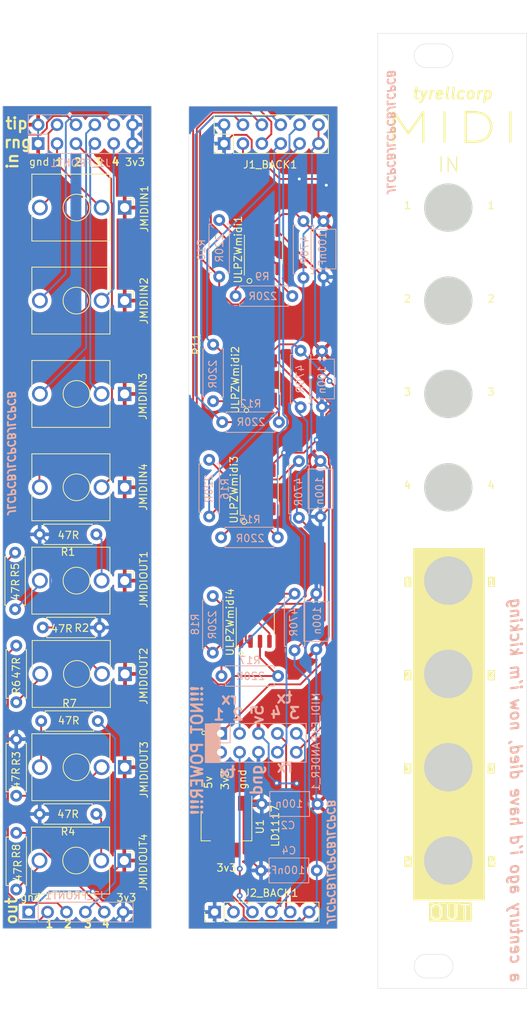
<source format=kicad_pcb>
(kicad_pcb (version 20221018) (generator pcbnew)
  (layers (0 "F.Cu" signal) (31 "B.Cu" signal) (34 "B.Paste" user) (35 "F.Paste" user) (36 "B.SilkS" user "B.Silkscreen") (37 "F.SilkS" user "F.Silkscreen") (38 "B.Mask" user) (39 "F.Mask" user) (44 "Edge.Cuts" user))
  (net 0 "")
  (net 1 "+5V")
  (net 2 "GND")
  (net 3 "MIDI_1_RX")
  (net 4 "MIDI_1_TX")
  (net 5 "MIDI_2_RX")
  (net 6 "MIDI_2_TX")
  (net 7 "MIDI_3_RX")
  (net 8 "MIDI_3_TX")
  (net 9 "MIDI_4_RX")
  (net 10 "MIDI_4_TX")
  (net 11 "+3V3")
  (net 12 "Net-(ULPZWmidi1-A1)")
  (net 13 "Net-(ULPZWmidi1-A2)")
  (net 14 "Net-(ULPZWmidi2-A1)")
  (net 15 "Net-(ULPZWmidi2-A2)")
  (net 16 "Net-(ULPZWmidi3-A1)")
  (net 17 "Net-(ULPZWmidi3-A2)")
  (net 18 "Net-(ULPZWmidi4-A1)")
  (net 19 "Net-(ULPZWmidi4-A2)")
  (net 20 "Net-(JMIDIOUT1-PadR)")
  (net 21 "Net-(JMIDIOUT1-PadT)")
  (net 22 "Net-(JMIDIOUT2-PadR)")
  (net 23 "Net-(JMIDIOUT2-PadT)")
  (net 24 "Net-(JMIDIOUT3-PadR)")
  (net 25 "Net-(JMIDIOUT3-PadT)")
  (net 26 "Net-(JMIDIOUT4-PadR)")
  (net 27 "Net-(JMIDIOUT4-PadT)")
  (net 28 "MIDI_IN_R_1_BACK")
  (net 29 "MIDI_IN_T_1_BACK")
  (net 30 "MIDI_IN_R_2_BACK")
  (net 31 "MIDI_IN_T_2_BACK")
  (net 32 "MIDI_IN_R_3_BACK")
  (net 33 "MIDI_IN_T_3_BACK")
  (net 34 "MIDI_IN_R_4_BACK")
  (net 35 "MIDI_IN_T_4_BACK")
  (net 36 "MIDI_IN_R_1_FRONT")
  (net 37 "MIDI_IN_T_1_FRONT")
  (net 38 "MIDI_IN_R_2_FRONT")
  (net 39 "MIDI_IN_T_2_FRONT")
  (net 40 "MIDI_IN_R_3_FRONT")
  (net 41 "MIDI_IN_T_3_FRONT")
  (net 42 "MIDI_IN_R_4_FRONT")
  (net 43 "MIDI_IN_T_4_FRONT")
  (net 44 "MIDI_1_TX_FRONT")
  (net 45 "MIDI_2_TX_FRONT")
  (net 46 "MIDI_3_TX_FRONT")
  (net 47 "MIDI_4_TX_FRONT")
  (footprint "Connector_PinHeader_2.54mm:PinHeader_2x06_P2.54mm_Vertical" (layer "F.Cu") (at 204.921 55.1304 90)
    (fp_text reference "J1_BACK1")
    (fp_text value "Conn_02x06_Odd_Even")
  )
  (footprint "doctea:Jack_3.5mm_QingPu_WQP-PJ398SM_TRS_Vertical_CircularHoles" (layer "F.Cu") (at 191.5554 76.256577 -90)
    (fp_text reference "JMIDIIN2")
    (fp_text value "MIDI In Jack 3.5mm stereo jack")
  )
  (footprint "doctea:Jack_3.5mm_QingPu_WQP-PJ398SM_TRS_Vertical_CircularHoles" (layer "F.Cu") (at 191.5554 63.7416 -90)
    (fp_text reference "JMIDIIN1")
    (fp_text value "MIDI In Jack 3.5mm stereo jack")
  )
  (footprint "doctea:Jack_3.5mm_QingPu_WQP-PJ398SM_TRS_Vertical_CircularHoles" (layer "F.Cu") (at 191.6062 126.49103 -90)
    (fp_text reference "JMIDIOUT2")
    (fp_text value "MIDI In Jack 3.5mm stereo jack" hide)
  )
  (footprint "Package_SO:SO-8_3.9x4.9mm_P1.27mm" (layer "F.Cu") (at 209.8294 86.933 90)
    (fp_text reference "ULPZWmidi2")
    (fp_text value "HCPL-0631")
  )
  (footprint "doctea:Jack_3.5mm_QingPu_WQP-PJ398SM_TRS_Vertical_CircularHoles" (layer "F.Cu") (at 191.5046 151.5996 -90)
    (fp_text reference "JMIDIOUT4")
    (fp_text value "MIDI In Jack 3.5mm stereo jack" hide)
  )
  (footprint "Connector_PinHeader_2.54mm:PinHeader_1x06_P2.54mm_Vertical" (layer "F.Cu") (at 203.651 158.5338 90)
    (fp_text reference "J2_BACK1")
    (fp_text value "Conn_01x06_Pin")
  )
  (footprint "Resistor_THT:R_Axial_DIN0207_L6.3mm_D2.5mm_P7.62mm_Horizontal" (layer "F.Cu") (at 187.7442 107.7084 180)
    (fp_text reference "R1")
    (fp_text value "47R")
  )
  (footprint "Resistor_THT:R_Axial_DIN0207_L6.3mm_D2.5mm_P7.62mm_Horizontal" (layer "F.Cu") (at 176.9746 142.8874 90)
    (fp_text reference "R3")
    (fp_text value "47R")
  )
  (footprint "Package_SO:SO-8_3.9x4.9mm_P1.27mm" (layer "F.Cu") (at 209.1182 119.531942 90)
    (fp_text reference "ULPZWmidi4")
    (fp_text value "HCPL-0631")
  )
  (footprint "Resistor_THT:R_Axial_DIN0207_L6.3mm_D2.5mm_P7.62mm_Horizontal" (layer "F.Cu") (at 176.9746 155.49917 90)
    (fp_text reference "R8")
    (fp_text value "47R")
  )
  (footprint "Resistor_THT:R_Axial_DIN0207_L6.3mm_D2.5mm_P7.62mm_Horizontal" (layer "F.Cu") (at 187.7442 145.33917 180)
    (fp_text reference "R4")
    (fp_text value "47R")
  )
  (footprint "doctea:Jack_3.5mm_QingPu_WQP-PJ398SM_TRS_Vertical_CircularHoles" (layer "F.Cu") (at 191.5554 101.378251 -90)
    (fp_text reference "JMIDIIN4")
    (fp_text value "MIDI In Jack 3.5mm stereo jack" hide)
  )
  (footprint "Resistor_THT:R_Axial_DIN0207_L6.3mm_D2.5mm_P7.62mm_Horizontal" (layer "F.Cu") (at 180.5432 120.2436)
    (fp_text reference "R2")
    (fp_text value "47R")
  )
  (footprint "doctea:Jack_3.5mm_QingPu_WQP-PJ398SM_TRS_Vertical_CircularHoles" (layer "F.Cu") (at 191.5554 139.045315 -90)
    (fp_text reference "JMIDIOUT3")
    (fp_text value "MIDI In Jack 3.5mm stereo jack" hide)
  )
  (footprint "Package_SO:SO-8_3.9x4.9mm_P1.27mm" (layer "F.Cu") (at 210.2104 69.390258 90)
    (fp_text reference "ULPZWmidi1")
    (fp_text value "HCPL-0631")
  )
  (footprint "Resistor_THT:R_Axial_DIN0207_L6.3mm_D2.5mm_P7.62mm_Horizontal" (layer "F.Cu") (at 180.3274 132.829)
    (fp_text reference "R7")
    (fp_text value "47R")
  )
  (footprint "doctea:Jack_3.5mm_QingPu_WQP-PJ398SM_TRS_Vertical_CircularHoles" (layer "F.Cu") (at 191.5554 88.817414 -90)
    (fp_text reference "JMIDIIN3")
    (fp_text value "MIDI In Jack 3.5mm stereo jack")
  )
  (footprint "Package_SO:SO-8_3.9x4.9mm_P1.27mm" (layer "F.Cu") (at 209.6516 101.699884 90)
    (fp_text reference "ULPZWmidi3")
    (fp_text value "HCPL-0631")
  )
  (footprint "Package_TO_SOT_SMD:SOT-223-3_TabPin2" (layer "F.Cu") (at 205.2434 147.041 -90)
    (fp_text reference "U1")
    (fp_text value "LD1117")
  )
  (footprint "Resistor_THT:R_Axial_DIN0207_L6.3mm_D2.5mm_P7.62mm_Horizontal" (layer "F.Cu") (at 176.8222 117.7922 90)
    (fp_text reference "R5")
    (fp_text value "47R")
  )
  (footprint "doctea:Jack_3.5mm_QingPu_WQP-PJ398SM_TRS_Vertical_CircularHoles" (layer "F.Cu") (at 191.5554 113.936745 -90)
    (fp_text reference "JMIDIOUT1")
    (fp_text value "MIDI In Jack 3.5mm stereo jack" hide)
  )
  (footprint "Resistor_THT:R_Axial_DIN0207_L6.3mm_D2.5mm_P7.62mm_Horizontal" (layer "F.Cu") (at 176.9746 130.30103 90)
    (fp_text reference "R6")
    (fp_text value "47R")
  )
  (footprint "Resistor_THT:R_Axial_DIN0207_L6.3mm_D2.5mm_P7.62mm_Horizontal" (layer "B.Cu") (at 206.4766 75.652858)
    (fp_text reference "R9")
    (fp_text value "220R")
  )
  (footprint "Connector_PinSocket_2.54mm:PinSocket_2x06_P2.54mm_Vertical" (layer "B.Cu") (at 179.921 55.1304 -90)
    (fp_text reference "J1_FRONT1")
    (fp_text value "Conn_02x06_Odd_Even")
  )
  (footprint "Capacitor_THT:C_Axial_L5.1mm_D3.1mm_P7.50mm_Horizontal" (layer "B.Cu") (at 217.491 143.9926 180)
    (fp_text reference "C2")
    (fp_text value "100n")
  )
  (footprint "Resistor_THT:R_Axial_DIN0207_L6.3mm_D2.5mm_P7.62mm_Horizontal" (layer "B.Cu") (at 203.4032 116.015542 -90)
    (fp_text reference "R18")
    (fp_text value "220R")
  )
  (footprint "Resistor_THT:R_Axial_DIN0207_L6.3mm_D2.5mm_P7.62mm_Horizontal" (layer "B.Cu") (at 214.4014 123.317 90)
    (fp_text reference "R20" hide)
    (fp_text value "470R")
  )
  (footprint "Capacitor_THT:C_Axial_L5.1mm_D3.1mm_P7.50mm_Horizontal" (layer "B.Cu") (at 217.8812 97.8408 -90)
    (fp_text reference "C6" hide)
    (fp_text value "100n")
  )
  (footprint "Resistor_THT:R_Axial_DIN0207_L6.3mm_D2.5mm_P7.62mm_Horizontal" (layer "B.Cu") (at 215.5952 73.189058 90)
    (fp_text reference "R13" hide)
    (fp_text value "470R")
  )
  (footprint "Capacitor_THT:C_Axial_L5.1mm_D3.1mm_P7.50mm_Horizontal" (layer "B.Cu") (at 218.0844 83.053228 -90)
    (fp_text reference "C5" hide)
    (fp_text value "100n")
  )
  (footprint "Connector_PinSocket_2.54mm:PinSocket_1x06_P2.54mm_Vertical" (layer "B.Cu") (at 178.651 158.5338 -90)
    (fp_text reference "J2_FRONT1")
    (fp_text value "Conn_01x06_Socket")
  )
  (footprint "Resistor_THT:R_Axial_DIN0207_L6.3mm_D2.5mm_P7.62mm_Horizontal" (layer "B.Cu") (at 204.5716 126.7714)
    (fp_text reference "R17")
    (fp_text value "220R")
  )
  (footprint "Resistor_THT:R_Axial_DIN0207_L6.3mm_D2.5mm_P7.62mm_Horizontal" (layer "B.Cu") (at 212.2932 92.615286 180)
    (fp_text reference "R12")
    (fp_text value "220R")
  )
  (footprint "Resistor_THT:R_Axial_DIN0207_L6.3mm_D2.5mm_P7.62mm_Horizontal" (layer "B.Cu") (at 204.2668 65.416658 -90)
    (fp_text reference "R10")
    (fp_text value "220R")
  )
  (footprint "Resistor_THT:R_Axial_DIN0207_L6.3mm_D2.5mm_P7.62mm_Horizontal" (layer "B.Cu") (at 214.9856 105.481056 90)
    (fp_text reference "R19" hide)
    (fp_text value "470R")
  )
  (footprint "Capacitor_THT:C_Axial_L5.1mm_D3.1mm_P7.50mm_Horizontal" (layer "B.Cu") (at 217.3894 152.9334 180)
    (fp_text reference "C4")
    (fp_text value "100nF")
  )
  (footprint "Connector_PinHeader_2.54mm:PinHeader_2x05_P2.54mm_Vertical" (layer "B.Cu") (at 204.47 134.493 -90)
    (fp_text reference "MIDI_EXPANDER_1")
    (fp_text value "Conn_02x05_Counter_Clockwise")
  )
  (footprint "Resistor_THT:R_Axial_DIN0207_L6.3mm_D2.5mm_P7.62mm_Horizontal" (layer "B.Cu") (at 204.5208 108.122656)
    (fp_text reference "R15")
    (fp_text value "220R")
  )
  (footprint "Capacitor_THT:C_Axial_L5.1mm_D3.1mm_P7.50mm_Horizontal" (layer "B.Cu") (at 218.2876 65.578258 -90)
    (fp_text reference "C1" hide)
    (fp_text value "100nF")
  )
  (footprint "Resistor_THT:R_Axial_DIN0207_L6.3mm_D2.5mm_P7.62mm_Horizontal" (layer "B.Cu") (at 203.454 89.795886 90)
    (fp_text reference "R11")
    (fp_text value "220R")
  )
  (footprint "Resistor_THT:R_Axial_DIN0207_L6.3mm_D2.5mm_P7.62mm_Horizontal" (layer "B.Cu") (at 202.9206 97.683256 -90)
    (fp_text reference "R16")
    (fp_text value "220R")
  )
  (footprint "Capacitor_THT:C_Axial_L5.1mm_D3.1mm_P7.50mm_Horizontal" (layer "B.Cu") (at 217.3224 123.1808 90)
    (fp_text reference "C3" hide)
    (fp_text value "100n")
  )
  (footprint "Resistor_THT:R_Axial_DIN0207_L6.3mm_D2.5mm_P7.62mm_Horizontal" (layer "B.Cu") (at 215.2142 90.608686 90)
    (fp_text reference "R14" hide)
    (fp_text value "470R")
  )
  (gr_rect (start 202.438 133.2484) (end 204.3684 138.3792) (stroke (width 0.2)) (fill solid) (layer "B.SilkS"))
  (gr_circle (center 208.3308 73.6092) (end 208.534 73.8632) (stroke (width 0.12)) (fill none) (layer "F.SilkS"))
  (gr_rect locked (start 230.4034 109.601) (end 239.9284 156.8958) (stroke (width 0.12)) (fill solid) (layer "F.SilkS"))
  (gr_circle (center 207.2132 123.7488) (end 207.3656 123.952) (stroke (width 0.12)) (fill none) (layer "F.SilkS"))
  (gr_circle (center 207.6196 106.0196) (end 207.8736 106.2736) (stroke (width 0.12)) (fill none) (layer "F.SilkS"))
  (gr_circle (center 207.9244 91.0336) (end 208.0768 91.2876) (stroke (width 0.12)) (fill none) (layer "F.SilkS"))
  (gr_circle (center 202.184 134.4168) (end 202.3364 134.62) (stroke (width 0.12)) (fill none) (layer "F.SilkS"))
  (gr_line (start 195.1534 50.0758) (end 175.1534 50.0758) (stroke (width 0.05)) (layer "Edge.Cuts"))
  (gr_line (start 234.0912 164.2098) (end 232.0912 164.2098) (stroke (width 0.05)) (layer "Edge.Cuts"))
  (gr_line (start 245.5912 168.8098) (end 245.5912 40.3098) (stroke (width 0.05)) (layer "Edge.Cuts"))
  (gr_circle (center 235.0756 63.742) (end 238.308492 63.742) (stroke (width 0.05)) (fill solid) (layer "Edge.Cuts"))
  (gr_line (start 200.1538 160.7693) (end 220.1538 160.7693) (stroke (width 0.05)) (layer "Edge.Cuts"))
  (gr_circle (center 235.0756 88.8176) (end 238.308492 88.8176) (stroke (width 0.05)) (fill solid) (layer "Edge.Cuts"))
  (gr_line (start 245.5912 40.3098) (end 225.5912 40.3098) (stroke (width 0.05)) (layer "Edge.Cuts"))
  (gr_line (start 195.1534 160.7436) (end 195.1534 50.0758) (stroke (width 0.05)) (layer "Edge.Cuts"))
  (gr_line (start 175.1534 50.0758) (end 175.1534 160.7436) (stroke (width 0.05)) (layer "Edge.Cuts"))
  (gr_line (start 234.0912 41.7098) (end 232.0912 41.7098) (stroke (width 0.05)) (layer "Edge.Cuts"))
  (gr_line (start 220.1538 160.7693) (end 220.1806 50.1015) (stroke (width 0.05)) (layer "Edge.Cuts"))
  (gr_circle (center 235.0756 126.4906) (end 238.308492 126.4906) (stroke (width 0.05)) (fill solid) (layer "Edge.Cuts"))
  (gr_arc (start 232.0912 167.4098) (mid 230.4912 165.8098) (end 232.0912 164.2098) (stroke (width 0.05)) (layer "Edge.Cuts"))
  (gr_arc (start 234.0912 164.2098) (mid 235.6912 165.8098) (end 234.0912 167.4098) (stroke (width 0.05)) (layer "Edge.Cuts"))
  (gr_line (start 225.5912 40.3098) (end 225.5912 168.8098) (stroke (width 0.05)) (layer "Edge.Cuts"))
  (gr_line (start 225.5912 168.8098) (end 245.5912 168.8098) (stroke (width 0.05)) (layer "Edge.Cuts"))
  (gr_line (start 200.1806 50.1015) (end 200.1538 160.7693) (stroke (width 0.05)) (layer "Edge.Cuts"))
  (gr_circle (center 235.0756 139.0454) (end 238.308492 139.0454) (stroke (width 0.05)) (fill solid) (layer "Edge.Cuts"))
  (gr_line (start 232.0912 44.9098) (end 234.0912 44.9098) (stroke (width 0.05)) (layer "Edge.Cuts"))
  (gr_circle (center 235.0756 76.256508) (end 238.308492 76.256508) (stroke (width 0.05)) (fill solid) (layer "Edge.Cuts"))
  (gr_circle (center 235.0756 113.9368) (end 238.308492 113.9368) (stroke (width 0.05)) (fill solid) (layer "Edge.Cuts"))
  (gr_arc (start 234.0912 41.7098) (mid 235.6912 43.3098) (end 234.0912 44.9098) (stroke (width 0.05)) (layer "Edge.Cuts"))
  (gr_line (start 220.1806 50.1015) (end 200.1806 50.1015) (stroke (width 0.05)) (layer "Edge.Cuts"))
  (gr_circle (center 235.0756 101.378) (end 238.308492 101.378) (stroke (width 0.05)) (fill solid) (layer "Edge.Cuts"))
  (gr_line (start 175.1534 160.7436) (end 195.1534 160.7436) (stroke (width 0.05)) (layer "Edge.Cuts"))
  (gr_arc (start 232.0912 44.9098) (mid 230.4912 43.3098) (end 232.0912 41.7098) (stroke (width 0.05)) (layer "Edge.Cuts"))
  (gr_line (start 232.0912 167.4098) (end 234.0912 167.4098) (stroke (width 0.05)) (layer "Edge.Cuts"))
  (gr_circle (center 235.0756 151.6) (end 238.308492 151.6) (stroke (width 0.05)) (fill solid) (layer "Edge.Cuts"))
  (gr_text "tx" (at 206.6544 140.5636) (layer "B.SilkS") (effects (font (size 1.5 1.5) (thickness 0.3) bold) (justify left bottom mirror)))
  (gr_text "tx" (at 214.2744 130.556) (layer "B.SilkS") (effects (font (size 1.5 1.5) (thickness 0.3) bold) (justify left bottom mirror)))
  (gr_text "5v" (at 210.312 130.4544 90) (layer "B.SilkS") (effects (font (size 1.5 1.5) (thickness 0.3) bold) (justify left bottom mirror)))
  (gr_text "JLCPCBJLCPCBJLCPCB" (at 218.694 160.3756 270) (layer "B.SilkS") (effects (font (size 1 1) (thickness 0.25) bold italic) (justify left bottom mirror)))
  (gr_text "rx" (at 206.9084 130.7084) (layer "B.SilkS") (effects (font (size 1.5 1.5) (thickness 0.3) bold) (justify left bottom mirror)))
  (gr_text "rx" (at 214.376 139.8524) (layer "B.SilkS") (effects (font (size 1.5 1.5) (thickness 0.3) bold) (justify left bottom mirror)))
  (gr_text "4" (at 212.8012 132.588) (layer "B.SilkS") (effects (font (size 1.5 1.5) (thickness 0.3) bold) (justify left bottom mirror)))
  (gr_text "JLCPCBJLCPCBJLCPCB" (at 175.7172 105.3592 270) (layer "B.SilkS") (effects (font (size 1 1) (thickness 0.25) bold italic) (justify left bottom mirror)))
  (gr_text "1" (at 205.1304 132.842) (layer "B.SilkS") (effects (font (size 1.5 1.5) (thickness 0.3) bold) (justify left bottom mirror)))
  (gr_text "JLCPCBJLCPCBJLCPCB" (at 226.7712 62.1792 270) (layer "B.SilkS") (effects (font (size 1 1) (thickness 0.25) bold italic) (justify left bottom mirror)))
  (gr_text "!!!NOT POWER!!!" (at 202.184 127.9144 90) (layer "B.SilkS") (effects (font (size 1.5 1.5) (thickness 0.3) bold) (justify left bottom mirror)))
  (gr_text "3" (at 215.2904 132.6388) (layer "B.SilkS") (effects (font (size 1.5 1.5) (thickness 0.3) bold) (justify left bottom mirror)))
  (gr_text "gnd" (at 210.1596 138.5316 90) (layer "B.SilkS") (effects (font (size 1.5 1.5) (thickness 0.3) bold) (justify left bottom mirror)))
  (gr_text "a century ago i'd have died, now i'm kicking" (at 243.2812 168.2496 -90) (layer "B.SilkS") (effects (font (size 1.5 1.5) (thickness 0.3) bold italic) (justify left bottom mirror)))
  (gr_text "2" (at 207.6704 132.842) (layer "B.SilkS") (effects (font (size 1.5 1.5) (thickness 0.3) bold) (justify left bottom mirror)))
  (gr_text "4\n" (at 229.005 101.697971) (layer "F.SilkS") (effects (font (size 1 1)) (justify left bottom)))
  (gr_text "3v3\n" (at 205.6384 142.1892 90) (layer "F.SilkS") (effects (font (size 1 1)) (justify left bottom)))
  (gr_text "4" (at 189.6872 58.166) (layer "F.SilkS") (effects (font (size 1 1) (thickness 0.25) bold) (justify left bottom)))
  (gr_text "4\n" (at 240.308 152.4) (layer "F.SilkS" knockout) (effects (font (size 1 1)) (justify left bottom)))
  (gr_text "2" (at 240.2572 76.588257) (layer "F.SilkS") (effects (font (size 1 1)) (justify left bottom)))
  (gr_text "in" (at 177.3428 58.7248 90) (layer "F.SilkS") (effects (font (size 1.5 1.5) (thickness 0.3) bold) (justify left bottom)))
  (gr_text "3\n" (at 229.005 89.143114) (layer "F.SilkS") (effects (font (size 1 1)) (justify left bottom)))
  (gr_text "3" (at 187.2996 58.2168) (layer "F.SilkS") (effects (font (size 1 1) (thickness 0.25) bold) (justify left bottom)))
  (gr_text "gnd" (at 177.4444 157.1244) (layer "F.SilkS") (effects (font (size 1 1)) (justify left bottom)))
  (gr_text "2" (at 240.308 127.290286) (layer "F.SilkS" knockout) (effects (font (size 1 1)) (justify left bottom)))
  (gr_text "OUT" (at 232.3084 159.766) (layer "F.SilkS" knockout) (effects (font (size 2 2)) (justify left bottom)))
  (gr_text "gnd" (at 178.6128 58.166) (layer "F.SilkS") (effects (font (size 1 1)) (justify left bottom)))
  (gr_text "5v" (at 203.4032 142.0368 90) (layer "F.SilkS") (effects (font (size 1 1)) (justify left bottom)))
  (gr_text "2" (at 184.6072 58.2168) (layer "F.SilkS") (effects (font (size 1 1) (thickness 0.25) bold) (justify left bottom)))
  (gr_text "out" (at 177.1904 160.3756 90) (layer "F.SilkS") (effects (font (size 1.5 1.5) (thickness 0.3) bold) (justify left bottom)))
  (gr_text "3v3\n" (at 203.8096 153.162) (layer "F.SilkS") (effects (font (size 1 1)) (justify left bottom)))
  (gr_text "MIDI" (at 226.084 55.3974) (layer "F.SilkS") (effects (font (size 4 6) (thickness 0.3) bold) (justify left bottom)))
  (gr_text "2" (at 183.2864 160.7312) (layer "F.SilkS") (effects (font (size 1 1) (thickness 0.25) bold) (justify left bottom)))
  (gr_text "1" (at 182.118 58.2168) (layer "F.SilkS") (effects (font (size 1 1) (thickness 0.25) bold) (justify left bottom)))
  (gr_text "gnd" (at 207.9752 142.1384 90) (layer "F.SilkS") (effects (font (size 1 1)) (justify left bottom)))
  (gr_text "3v3" (at 190.3476 157.1752) (layer "F.SilkS") (effects (font (size 1 1)) (justify left bottom)))
  (gr_text "1" (at 229.005 64.0334) (layer "F.SilkS") (effects (font (size 1 1)) (justify left bottom)))
  (gr_text "tyrellcorp" (at 230.0732 49.276) (layer "F.SilkS") (effects (font (size 1.5 1.5) (thickness 0.3) bold italic) (justify left bottom)))
  (gr_text "4\n" (at 240.2572 101.697971) (layer "F.SilkS") (effects (font (size 1 1)) (justify left bottom)))
  (gr_text "4\n" (at 229.0558 152.4) (layer "F.SilkS" knockout) (effects (font (size 1 1)) (justify left bottom)))
  (gr_text "1" (at 240.308 114.735429) (layer "F.SilkS" knockout) (effects (font (size 1 1)) (justify left bottom)))
  (gr_text "1" (at 229.0558 114.735429) (layer "F.SilkS" knockout) (effects (font (size 1 1)) (justify left bottom)))
  (gr_text "2" (at 229.005 76.588257) (layer "F.SilkS") (effects (font (size 1 1)) (justify left bottom)))
  (gr_text "2" (at 229.0558 127.290286) (layer "F.SilkS" knockout) (effects (font (size 1 1)) (justify left bottom)))
  (gr_text "4" (at 188.3664 160.6804) (layer "F.SilkS") (effects (font (size 1 1) (thickness 0.25) bold) (justify left bottom)))
  (gr_text "1" (at 180.7972 160.7312) (layer "F.SilkS") (effects (font (size 1 1) (thickness 0.25) bold) (justify left bottom)))
  (gr_text "tip" (at 175.3616 53.2892) (layer "F.SilkS") (effects (font (size 1.5 1.5) (thickness 0.3) bold) (justify left bottom)))
  (gr_text "rng" (at 175.1584 55.8292) (layer "F.SilkS") (effects (font (size 1.5 1.5) (thickness 0.3) bold) (justify left bottom)))
  (gr_text "LD1117" (at 212.3948 149.86 90) (layer "F.SilkS") (effects (font (size 1 1)) (justify left bottom)))
  (gr_text "3v3" (at 191.516 58.2168) (layer "F.SilkS") (effects (font (size 1 1)) (justify left bottom)))
  (gr_text "1" (at 240.2572 64.0334) (layer "F.SilkS") (effects (font (size 1 1)) (justify left bottom)))
  (gr_text "3\n" (at 229.0558 139.845143) (layer "F.SilkS" knockout) (effects (font (size 1 1)) (justify left bottom)))
  (gr_text "3\n" (at 240.2572 89.143114) (layer "F.SilkS") (effects (font (size 1 1)) (justify left bottom)))
  (gr_text "IN" (at 233.5276 59.182) (layer "F.SilkS") (effects (font (size 2 2)) (justify left bottom)))
  (gr_text "3" (at 185.9788 160.7312) (layer "F.SilkS") (effects (font (size 1 1) (thickness 0.25) bold) (justify left bottom)))
  (gr_text "3\n" (at 240.308 139.845143) (layer "F.SilkS" knockout) (effects (font (size 1 1)) (justify left bottom)))
  (segment (start 209.31935 100.974385) (end 207.7466 99.401635) (width 0.25) (layer "F.Cu") (net 1))
  (segment (start 202.9434 143.891) (end 205.6612 141.1732) (width 0.4) (layer "F.Cu") (net 1))
  (segment (start 218.0844 85.09) (end 218.0844 83.053228) (width 0.25) (layer "F.Cu") (net 1))
  (segment (start 216.5858 86.5886) (end 218.0844 85.09) (width 0.25) (layer "F.Cu") (net 1))
  (segment (start 214.747615 100.974385) (end 209.31935 100.974385) (width 0.25) (layer "F.Cu") (net 1))
  (segment (start 205.6612 141.1732) (end 211.9884 141.1732) (width 0.5) (layer "F.Cu") (net 1))
  (segment (start 207.7466 99.401635) (end 207.7466 99.124884) (width 0.25) (layer "F.Cu") (net 1))
  (segment (start 217.8812 97.8408) (end 214.747615 100.974385) (width 0.25) (layer "F.Cu") (net 1))
  (via (at 216.5858 86.5886) (size 0.8) (drill 0.4) (layers "F.Cu" "B.Cu") (net 1))
  (via (at 217.297 129.7432) (size 0.8) (drill 0.4) (layers "F.Cu" "B.Cu") (net 1))
  (via (at 211.9884 141.1732) (size 0.8) (drill 0.4) (layers "F.Cu" "B.Cu") (net 1))
  (via (at 214.6808 141.224) (size 0.8) (drill 0.4) (layers "F.Cu" "B.Cu") (net 1))
  (segment (start 210.915 140.0998) (end 210.915 135.858) (width 0.25) (layer "B.Cu") (net 1))
  (segment (start 211.9884 141.1732) (end 212.0392 141.224) (width 0.25) (layer "B.Cu") (net 1))
  (segment (start 216.654301 86.657101) (end 216.5858 86.5886) (width 0.25) (layer "B.Cu") (net 1))
  (segment (start 217.8812 97.8408) (end 219.0062 98.9658) (width 0.25) (layer "B.Cu") (net 1))
  (segment (start 210.915 135.858) (end 209.55 134.493) (width 0.25) (layer "B.Cu") (net 1))
  (segment (start 218.2876 65.578258) (end 217.1626 66.703258) (width 0.25) (layer "B.Cu") (net 1))
  (segment (start 217.3224 123.1808) (end 217.3224 129.7178) (width 0.25) (layer "B.Cu") (net 1))
  (segment (start 217.297 129.7432) (end 217.3224 129.7686) (width 0.25) (layer "B.Cu") (net 1))
  (segment (start 219.0062 121.497) (end 217.3224 123.1808) (width 0.25) (layer "B.Cu") (net 1))
  (segment (start 219.0062 98.9658) (end 219.0062 121.497) (width 0.25) (layer "B.Cu") (net 1))
  (segment (start 217.1626 66.703258) (end 217.1626 82.131428) (width 0.25) (layer "B.Cu") (net 1))
  (segment (start 217.1626 82.131428) (end 218.0844 83.053228) (width 0.25) (layer "B.Cu") (net 1))
  (segment (start 212.0392 141.224) (end 214.6808 141.224) (width 0.25) (layer "B.Cu") (net 1))
  (segment (start 216.654301 96.613901) (end 217.8812 97.8408) (width 0.25) (layer "B.Cu") (net 1))
  (segment (start 217.3224 129.7178) (end 217.297 129.7432) (width 0.25) (layer "B.Cu") (net 1))
  (segment (start 217.3224 129.7686) (end 217.3224 143.824) (width 0.25) (layer "B.Cu") (net 1))
  (segment (start 216.654301 96.613901) (end 216.654301 86.657101) (width 0.25) (layer "B.Cu") (net 1))
  (segment (start 211.9884 141.1732) (end 210.915 140.0998) (width 0.25) (layer "B.Cu") (net 1))
  (segment (start 208.636 56.0836) (end 212.4456 59.8932) (width 0.25) (layer "F.Cu") (net 2))
  (segment (start 207.947701 53.9554) (end 208.636 54.643699) (width 0.25) (layer "F.Cu") (net 2))
  (segment (start 207.5434 143.891) (end 207.5434 150.5874) (width 0.25) (layer "F.Cu") (net 2))
  (segment (start 213.0044 96.7232) (end 215.66195 96.7232) (width 0.25) (layer "F.Cu") (net 2))
  (segment (start 212.1154 66.906058) (end 218.2876 73.078258) (width 0.25) (layer "F.Cu") (net 2))
  (segment (start 212.4456 59.8932) (end 215.0364 59.8932) (width 0.25) (layer "F.Cu") (net 2))
  (segment (start 219.0062 97.4418) (end 218.9226 97.3582) (width 0.25) (layer "F.Cu") (net 2))
  (segment (start 215.66195 96.7232) (end 217.378801 95.006349) (width 0.25) (layer "F.Cu") (net 2))
  (segment (start 208.636 54.643699) (end 208.636 56.0836) (width 0.25) (layer "F.Cu") (net 2))
  (segment (start 211.0232 117.056942) (end 215.946258 117.056942) (width 0.25) (layer "F.Cu") (net 2))
  (segment (start 207.5434 143.891) (end 209.8894 143.891) (width 1) (layer "F.Cu") (net 2))
  (segment (start 217.8304 59.8932) (end 218.6686 60.7314) (width 0.25) (layer "F.Cu") (net 2))
  (segment (start 211.7344 84.203228) (end 218.0844 90.553228) (width 0.25) (layer "F.Cu") (net 2))
  (segment (start 218.9226 97.3582) (end 218.9226 97.1804) (width 0.25) (layer "F.Cu") (net 2))
  (segment (start 206.096 53.9554) (end 207.947701 53.9554) (width 0.25) (layer "F.Cu") (net 2))
  (segment (start 211.5566 99.124884) (end 211.5566 98.171) (width 0.25) (layer "F.Cu") (net 2))
  (segment (start 191.5554 151.5996) (end 187.394525 155.760475) (width 0.25) (layer "F.Cu") (net 2))
  (segment (start 217.8812 105.3408) (end 219.143526 104.078474) (width 0.25) (layer "F.Cu") (net 2))
  (segment (start 217.378801 95.636601) (end 217.378801 95.006349) (width 0.25) (layer "F.Cu") (net 2))
  (segment (start 219.0062 98.306791) (end 219.0062 97.4418) (width 0.25) (layer "F.Cu") (net 2))
  (segment (start 187.394525 155.760475) (end 187.255832 155.760475) (width 0.25) (layer "F.Cu") (net 2))
  (segment (start 207.5434 150.5874) (end 209.8894 152.9334) (width 0.25) (layer "F.Cu") (net 2))
  (segment (start 215.946258 117.056942) (end 217.3224 115.6808) (width 0.25) (layer "F.Cu") (net 2))
  (segment (start 219.144891 98.445482) (end 219.0062 98.306791) (width 0.25) (layer "F.Cu") (net 2))
  (segment (start 219.143526 104.078474) (end 219.144891 98.445482) (width 0.25) (layer "F.Cu") (net 2))
  (segment (start 218.9226 97.1804) (end 217.378801 95.636601) (width 0.25) (layer "F.Cu") (net 2))
  (segment (start 215.0364 59.8932) (end 217.8304 59.8932) (width 0.25) (layer "F.Cu") (net 2))
  (segment (start 211.5566 98.171) (end 213.0044 96.7232) (width 0.25) (layer "F.Cu") (net 2))
  (segment (start 204.921 55.1304) (end 206.096 53.9554) (width 0.25) (layer "F.Cu") (net 2))
  (via (at 215.0364 59.8932) (size 0.8) (drill 0.4) (layers "F.Cu" "B.Cu") (net 2))
  (via (at 213.0044 96.7232) (size 0.8) (drill 0.4) (layers "F.Cu" "B.Cu") (net 2))
  (via (at 217.378801 95.006349) (size 0.8) (drill 0.4) (layers "F.Cu" "B.Cu") (net 2))
  (via (at 187.255832 155.760475) (size 0.8) (drill 0.4) (layers "F.Cu" "B.Cu") (net 2))
  (via (at 218.6686 60.7314) (size 0.8) (drill 0.4) (layers "F.Cu" "B.Cu") (net 2))
  (segment (start 217.8812 105.3408) (end 217.8812 115.122) (width 0.25) (layer "B.Cu") (net 2))
  (segment (start 179.921 52.5904) (end 179.921 55.1304) (width 0.25) (layer "B.Cu") (net 2))
  (segment (start 218.2876 73.078258) (end 220.032899 74.823557) (width 0.25) (layer "B.Cu") (net 2))
  (segment (start 181.424325 155.760475) (end 187.255832 155.760475) (width 0.25) (layer "B.Cu") (net 2))
  (segment (start 178.651 158.5338) (end 181.424325 155.760475) (width 0.25) (layer "B.Cu") (net 2))
  (segment (start 220.032899 88.604729) (end 218.0844 90.553228) (width 0.25) (layer "B.Cu") (net 2))
  (segment (start 217.8812 115.122) (end 217.3224 115.6808) (width 0.25) (layer "B.Cu") (net 2))
  (segment (start 220.032899 74.823557) (end 220.032899 88.604729) (width 0.25) (layer "B.Cu") (net 2))
  (segment (start 210.8454 66.815258) (end 209.5754 66.815258) (width 0.25) (layer "F.Cu") (net 3))
  (segment (start 218.3759 86.771102) (end 219.9011 85.245902) (width 0.25) (layer "F.Cu") (net 3))
  (segment (start 204.47 134.493) (end 211.0666 127.8964) (width 0.25) (layer "F.Cu") (net 3))
  (segment (start 219.9011 69.874958) (end 215.5952 65.569058) (width 0.25) (layer "F.Cu") (net 3))
  (segment (start 219.455701 98.120602) (end 219.455701 97.255611) (width 0.25) (layer "F.Cu") (net 3))
  (segment (start 219.372101 97.172011) (end 219.372101 96.994211) (width 0.25) (layer "F.Cu") (net 3))
  (segment (start 219.372101 96.994211) (end 218.650899 96.273009) (width 0.25) (layer "F.Cu") (net 3))
  (segment (start 219.2094 91.019219) (end 219.2094 90.087237) (width 0.25) (layer "F.Cu") (net 3))
  (segment (start 215.5952 65.569058) (end 214.6414 64.615258) (width 0.25) (layer "F.Cu") (net 3))
  (segment (start 218.650899 91.57772) (end 219.2094 91.019219) (width 0.25) (layer "F.Cu") (net 3))
  (segment (start 210.8454 66.523862) (end 210.8454 66.815258) (width 0.25) (layer "F.Cu") (net 3))
  (segment (start 219.594437 98.259338) (end 219.455701 98.120602) (width 0.25) (layer "F.Cu") (net 3))
  (segment (start 211.0666 127.8964) (end 215.1814 127.8964) (width 0.25) (layer "F.Cu") (net 3))
  (segment (start 214.6414 64.615258) (end 212.754004 64.615258) (width 0.25) (layer "F.Cu") (net 3))
  (segment (start 218.650899 96.273009) (end 218.650899 91.57772) (width 0.25) (layer "F.Cu") (net 3))
  (segment (start 215.1814 127.8964) (end 219.499101 123.578699) (width 0.25) (layer "F.Cu") (net 3))
  (segment (start 219.9011 85.245902) (end 219.9011 69.874958) (width 0.25) (layer "F.Cu") (net 3))
  (segment (start 219.499101 123.578699) (end 219.499101 104.358589) (width 0.25) (layer "F.Cu") (net 3))
  (segment (start 219.2094 90.087237) (end 218.3759 89.253737) (width 0.25) (layer "F.Cu") (net 3))
  (segment (start 219.499101 104.358589) (end 219.592982 104.264708) (width 0.25) (layer "F.Cu") (net 3))
  (segment (start 219.592982 104.264708) (end 219.594437 98.259338) (width 0.25) (layer "F.Cu") (net 3))
  (segment (start 212.754004 64.615258) (end 210.8454 66.523862) (width 0.25) (layer "F.Cu") (net 3))
  (segment (start 218.3759 89.253737) (end 218.3759 86.771102) (width 0.25) (layer "F.Cu") (net 3))
  (segment (start 219.455701 97.255611) (end 219.372101 97.172011) (width 0.25) (layer "F.Cu") (net 3))
  (segment (start 200.281331 152.148331) (end 200.281331 150.317324) (width 0.25) (layer "F.Cu") (net 4))
  (segment (start 200.281331 150.317324) (end 200.283534 141.219466) (width 0.25) (layer "F.Cu") (net 4))
  (segment (start 206.191 158.058) (end 200.281331 152.148331) (width 0.25) (layer "F.Cu") (net 4))
  (segment (start 200.283534 141.219466) (end 204.47 137.033) (width 0.25) (layer "F.Cu") (net 4))
  (segment (start 209.7532 116.680191) (end 209.7532 116.956942) (width 0.25) (layer "F.Cu") (net 5))
  (segment (start 209.7532 116.956942) (end 208.4832 116.956942) (width 0.25) (layer "F.Cu") (net 5))
  (segment (start 210.736391 115.697) (end 209.7532 116.680191) (width 0.25) (layer "F.Cu") (net 5))
  (segment (start 214.4014 115.697) (end 210.736391 115.697) (width 0.25) (layer "F.Cu") (net 5))
  (segment (start 207.01 134.493) (end 207.01 123.0884) (width 0.25) (layer "B.Cu") (net 5))
  (segment (start 207.01 123.0884) (end 214.4014 115.697) (width 0.25) (layer "B.Cu") (net 5))
  (segment (start 207.0354 156.3116) (end 207.014299 156.332701) (width 0.25) (layer "F.Cu") (net 6))
  (segment (start 207.0354 152.7048) (end 207.0354 156.3116) (width 0.25) (layer "F.Cu") (net 6))
  (via (at 207.014299 156.332701) (size 0.8) (drill 0.4) (layers "F.Cu" "B.Cu") (net 6))
  (via (at 207.0354 152.7048) (size 0.8) (drill 0.4) (layers "F.Cu" "B.Cu") (net 6))
  (segment (start 207.014299 156.817099) (end 207.014299 156.332701) (width 0.25) (layer "B.Cu") (net 6))
  (segment (start 207.01 137.033) (end 207.01 152.6794) (width 0.25) (layer "B.Cu") (net 6))
  (segment (start 207.01 152.6794) (end 207.0354 152.7048) (width 0.25) (layer "B.Cu") (net 6))
  (segment (start 208.731 158.5338) (end 207.014299 156.817099) (width 0.25) (layer "B.Cu") (net 6))
  (segment (start 220.024802 104.468578) (end 220.042438 104.450942) (width 0.25) (layer "F.Cu") (net 7))
  (segment (start 220.024802 131.638198) (end 220.024802 104.468578) (width 0.25) (layer "F.Cu") (net 7))
  (segment (start 220.043983 98.073194) (end 220.024802 98.054013) (width 0.25) (layer "F.Cu") (net 7))
  (segment (start 210.4644 84.358) (end 209.1944 84.358) (width 0.25) (layer "F.Cu") (net 7))
  (segment (start 215.2142 82.988686) (end 214.369114 82.1436) (width 0.25) (layer "F.Cu") (net 7))
  (segment (start 212.402049 82.1436) (end 210.4644 84.081249) (width 0.25) (layer "F.Cu") (net 7))
  (segment (start 220.042438 104.450942) (end 220.043983 98.073194) (width 0.25) (layer "F.Cu") (net 7))
  (segment (start 210.4644 84.081249) (end 210.4644 84.358) (width 0.25) (layer "F.Cu") (net 7))
  (segment (start 220.024802 98.054013) (end 220.024802 87.995602) (width 0.25) (layer "F.Cu") (net 7))
  (segment (start 220.024802 87.995602) (end 219.1004 87.0712) (width 0.25) (layer "F.Cu") (net 7))
  (segment (start 214.63 137.033) (end 220.024802 131.638198) (width 0.25) (layer "F.Cu") (net 7))
  (segment (start 214.369114 82.1436) (end 212.402049 82.1436) (width 0.25) (layer "F.Cu") (net 7))
  (via (at 219.1004 87.0712) (size 0.8) (drill 0.4) (layers "F.Cu" "B.Cu") (net 7))
  (segment (start 219.1004 86.874886) (end 215.2142 82.988686) (width 0.25) (layer "B.Cu") (net 7))
  (segment (start 219.1004 87.0712) (end 219.1004 86.874886) (width 0.25) (layer "B.Cu") (net 7))
  (segment (start 215.805 135.668) (end 214.63 134.493) (width 0.25) (layer "B.Cu") (net 8))
  (segment (start 215.805 154.146) (end 215.805 135.668) (width 0.25) (layer "B.Cu") (net 8))
  (segment (start 211.4172 158.5338) (end 215.805 154.146) (width 0.25) (layer "B.Cu") (net 8))
  (segment (start 210.2866 99.124884) (end 209.0166 99.124884) (width 0.25) (layer "F.Cu") (net 9))
  (segment (start 211.209849 100.324884) (end 210.2866 99.401635) (width 0.25) (layer "F.Cu") (net 9))
  (segment (start 212.331624 100.324884) (end 211.209849 100.324884) (width 0.25) (layer "F.Cu") (net 9))
  (segment (start 214.795452 97.861056) (end 212.331624 100.324884) (width 0.25) (layer "F.Cu") (net 9))
  (segment (start 210.2866 99.401635) (end 210.2866 99.124884) (width 0.25) (layer "F.Cu") (net 9))
  (segment (start 213.2764 118.473) (end 215.773 115.9764) (width 0.25) (layer "B.Cu") (net 9))
  (segment (start 213.8606 98.986056) (end 214.9856 97.861056) (width 0.25) (layer "B.Cu") (net 9))
  (segment (start 213.2764 124.4526) (end 213.2764 118.473) (width 0.25) (layer "B.Cu") (net 9))
  (segment (start 213.3166 135.8064) (end 213.3166 124.4928) (width 0.25) (layer "B.Cu") (net 9))
  (segment (start 212.09 137.033) (end 213.3166 135.8064) (width 0.25) (layer "B.Cu") (net 9))
  (segment (start 213.3166 124.4928) (end 213.2764 124.4526) (width 0.25) (layer "B.Cu") (net 9))
  (segment (start 215.773 115.9764) (end 215.773 107.8738) (width 0.25) (layer "B.Cu") (net 9))
  (segment (start 215.773 107.8738) (end 213.8606 105.9614) (width 0.25) (layer "B.Cu") (net 9))
  (segment (start 213.8606 105.9614) (end 213.8606 98.986056) (width 0.25) (layer "B.Cu") (net 9))
  (segment (start 213.265 135.668) (end 212.09 134.493) (width 0.25) (layer "F.Cu") (net 10))
  (segment (start 213.265 157.9878) (end 213.265 135.668) (width 0.25) (layer "F.Cu") (net 10))
  (segment (start 213.811 158.5338) (end 213.265 157.9878) (width 0.25) (layer "F.Cu") (net 10))
  (segment (start 205.2434 143.891) (end 205.2434 150.191) (width 0.25) (layer "F.Cu") (net 11))
  (segment (start 205.2434 155.5864) (end 207.556 157.899) (width 0.25) (layer "F.Cu") (net 11))
  (segment (start 218.4474 119.271) (end 218.4474 108.942856) (width 0.25) (layer "F.Cu") (net 11))
  (segment (start 207.556 157.899) (end 207.556 159.020501) (width 0.25) (layer "F.Cu") (net 11))
  (segment (start 205.2434 150.191) (end 205.2434 155.5864) (width 0.25) (layer "F.Cu") (net 11))
  (segment (start 215.3158 159.7152) (end 216.662 158.369) (width 0.25) (layer "F.Cu") (net 11))
  (segment (start 217.621 55.1304) (end 217.621 52.5904) (width 0.25) (layer "F.Cu") (net 11))
  (segment (start 214.4014 123.317) (end 218.4474 119.271) (width 0.25) (layer "F.Cu") (net 11))
  (segment (start 207.556 159.020501) (end 208.250699 159.7152) (width 0.25) (layer "F.Cu") (net 11))
  (segment (start 208.250699 159.7152) (end 215.3158 159.7152) (width 0.25) (layer "F.Cu") (net 11))
  (segment (start 218.4474 108.942856) (end 214.9856 105.481056) (width 0.25) (layer "F.Cu") (net 11))
  (segment (start 215.5952 67.31) (end 215.5952 73.189058) (width 0.25) (layer "B.Cu") (net 11))
  (segment (start 216.7382 66.167) (end 215.5952 67.31) (width 0.25) (layer "B.Cu") (net 11))
  (segment (start 216.366 127.3284) (end 216.366 144.458591) (width 0.25) (layer "B.Cu") (net 11))
  (segment (start 214.0892 89.483686) (end 215.2142 90.608686) (width 0.25) (layer "B.Cu") (net 11))
  (segment (start 217.621 55.1304) (end 216.7382 56.0132) (width 0.25) (layer "B.Cu") (net 11))
  (segment (start 214.4014 125.3638) (end 216.366 127.3284) (width 0.25) (layer "B.Cu") (net 11))
  (segment (start 191.351 158.5338) (end 189.726499 160.158301) (width 0.25) (layer "B.Cu") (net 11))
  (segment (start 189.726499 160.158301) (end 185.59811 160.158301) (width 0.25) (layer "B.Cu") (net 11))
  (segment (start 217.3894 157.6416) (end 216.662 158.369) (width 0.25) (layer "B.Cu") (net 11))
  (segment (start 214.7062 99.731447) (end 214.7062 105.201656) (width 0.25) (layer "B.Cu") (net 11))
  (segment (start 180.1242 107.7084) (end 181.5454 109.1296) (width 0.25) (layer "B.Cu") (net 11))
  (segment (start 216.1106 92.521086) (end 216.1106 98.327047) (width 0.25) (layer "B.Cu") (net 11))
  (segment (start 185.148609 159.7088) (end 176.9558 159.7088) (width 0.25) (layer "B.Cu") (net 11))
  (segment (start 181.5454 109.1296) (end 181.5454 118.8602) (width 0.25) (layer "B.Cu") (net 11))
  (segment (start 216.366 144.458591) (end 217.3894 145.481991) (width 0.25) (layer "B.Cu") (net 11))
  (segment (start 176.9558 159.7088) (end 175.7988 158.5518) (width 0.25) (layer "B.Cu") (net 11))
  (segment (start 214.4014 123.317) (end 214.4014 125.3638) (width 0.25) (layer "B.Cu") (net 11))
  (segment (start 185.59811 160.158301) (end 185.148609 159.7088) (width 0.25) (layer "B.Cu") (net 11))
  (segment (start 215.5952 73.189058) (end 215.5952 81.016695) (width 0.25) (layer "B.Cu") (net 11))
  (segment (start 175.7988 158.5518) (end 175.7988 148.9146) (width 0.25) (layer "B.Cu") (net 11))
  (segment (start 216.7382 56.0132) (end 216.7382 66.167) (width 0.25) (layer "B.Cu") (net 11))
  (segment (start 217.3894 145.481991) (end 217.3894 157.6416) (width 0.25) (layer "B.Cu") (net 11))
  (segment (start 216.1106 98.327047) (end 214.7062 99.731447) (width 0.25) (layer "B.Cu") (net 11))
  (segment (start 215.5952 81.016695) (end 214.0892 82.522695) (width 0.25) (layer "B.Cu") (net 11))
  (segment (start 214.7062 91.116686) (end 216.1106 92.521086) (width 0.25) (layer "B.Cu") (net 11))
  (segment (start 214.0892 82.522695) (end 214.0892 89.483686) (width 0.25) (layer "B.Cu") (net 11))
  (segment (start 215.2142 90.608686) (end 214.7062 91.116686) (width 0.25) (layer "B.Cu") (net 11))
  (segment (start 206.4766 75.652858) (end 206.4766 74.719058) (width 0.25) (layer "F.Cu") (net 12))
  (segment (start 206.4766 74.719058) (end 208.3054 72.890258) (width 0.25) (layer "F.Cu") (net 12))
  (segment (start 207.099942 68.2498) (end 204.2668 65.416658) (width 0.25) (layer "F.Cu") (net 13))
  (segment (start 208.876693 68.2498) (end 207.099942 68.2498) (width 0.25) (layer "F.Cu") (net 13))
  (segment (start 212.1154 71.488507) (end 208.876693 68.2498) (width 0.25) (layer "F.Cu") (net 13))
  (segment (start 203.454 89.795886) (end 207.636514 89.795886) (width 0.25) (layer "F.Cu") (net 14))
  (segment (start 207.636514 89.795886) (end 207.9244 89.508) (width 0.25) (layer "F.Cu") (net 14))
  (segment (start 212.2932 92.615286) (end 212.2932 90.9918) (width 0.25) (layer "F.Cu") (net 15))
  (segment (start 212.2932 90.9918) (end 211.7344 90.433) (width 0.25) (layer "F.Cu") (net 15))
  (segment (start 207.7466 104.896856) (end 204.5208 108.122656) (width 0.25) (layer "F.Cu") (net 16))
  (segment (start 207.7466 104.274884) (end 207.7466 104.896856) (width 0.25) (layer "F.Cu") (net 16))
  (segment (start 211.5566 103.795794) (end 209.184692 101.423886) (width 0.25) (layer "F.Cu") (net 17))
  (segment (start 206.66123 101.423886) (end 202.9206 97.683256) (width 0.25) (layer "F.Cu") (net 17))
  (segment (start 209.184692 101.423886) (end 206.66123 101.423886) (width 0.25) (layer "F.Cu") (net 17))
  (segment (start 207.1132 122.106942) (end 204.5716 124.648542) (width 0.25) (layer "F.Cu") (net 18))
  (segment (start 207.2132 122.106942) (end 207.1132 122.106942) (width 0.25) (layer "F.Cu") (net 18))
  (segment (start 204.5716 124.648542) (end 204.5716 126.7714) (width 0.25) (layer "F.Cu") (net 18))
  (segment (start 211.0232 121.0232) (end 208.156942 118.156942) (width 0.25) (layer "F.Cu") (net 19))
  (segment (start 205.5446 118.156942) (end 203.4032 116.015542) (width 0.25) (layer "F.Cu") (net 19))
  (segment (start 211.0232 122.640546) (end 211.0232 121.0232) (width 0.25) (layer "F.Cu") (net 19))
  (segment (start 208.156942 118.156942) (end 205.5446 118.156942) (width 0.25) (layer "F.Cu") (net 19))
  (segment (start 188.4554 113.936745) (end 188.4554 108.4196) (width 0.25) (layer "B.Cu") (net 20))
  (segment (start 188.4554 108.4196) (end 187.7442 107.7084) (width 0.25) (layer "B.Cu") (net 20))
  (segment (start 176.8222 117.7922) (end 180.1554 114.459) (width 0.25) (layer "B.Cu") (net 21))
  (segment (start 182.25877 120.2436) (end 180.5432 120.2436) (width 0.25) (layer "F.Cu") (net 22))
  (segment (start 188.5062 126.49103) (end 182.25877 120.2436) (width 0.25) (layer "F.Cu") (net 22))
  (segment (start 176.9746 130.30103) (end 180.2062 127.06943) (width 0.25) (layer "F.Cu") (net 23))
  (segment (start 184.613315 142.8874) (end 188.4554 139.045315) (width 0.25) (layer "F.Cu") (net 24))
  (segment (start 176.9746 142.8874) (end 184.613315 142.8874) (width 0.25) (layer "F.Cu") (net 24))
  (segment (start 180.3274 132.829) (end 180.3274 138.873315) (width 0.25) (layer "F.Cu") (net 25))
  (segment (start 188.4046 151.5996) (end 188.4046 145.99957) (width 0.25) (layer "F.Cu") (net 26))
  (segment (start 188.4046 145.99957) (end 187.7442 145.33917) (width 0.25) (layer "F.Cu") (net 26))
  (segment (start 176.9746 155.49917) (end 180.1046 152.36917) (width 0.25) (layer "F.Cu") (net 27))
  (segment (start 203.1418 65.882649) (end 206.220151 68.961) (width 0.25) (layer "F.Cu") (net 28))
  (segment (start 210.8454 72.401658) (end 210.8454 71.965258) (width 0.25) (layer "F.Cu") (net 28))
  (segment (start 214.0966 75.652858) (end 210.8454 72.401658) (width 0.25) (layer "F.Cu") (net 28))
  (segment (start 207.461 55.1304) (end 207.461 56.8514) (width 0.25) (layer "F.Cu") (net 28))
  (segment (start 207.461 56.8514) (end 203.1418 61.1706) (width 0.25) (layer "F.Cu") (net 28))
  (segment (start 208.3562 68.961) (end 210.8454 71.4502) (width 0.25) (layer "F.Cu") (net 28))
  (segment (start 206.220151 68.961) (end 208.3562 68.961) (width 0.25) (layer "F.Cu") (net 28))
  (segment (start 203.1418 61.1706) (end 203.1418 65.882649) (width 0.25) (layer "F.Cu") (net 28))
  (segment (start 206.942591 76.777858) (end 206.010609 76.777858) (width 0.25) (layer "F.Cu") (net 29))
  (segment (start 206.286 51.4154) (end 207.461 52.5904) (width 0.25) (layer "F.Cu") (net 29))
  (segment (start 206.010609 76.777858) (end 204.2668 75.034049) (width 0.25) (layer "F.Cu") (net 29))
  (segment (start 201.7014 63.773579) (end 201.7014 53.303899) (width 0.25) (layer "F.Cu") (net 29))
  (segment (start 201.7014 53.303899) (end 203.589899 51.4154) (width 0.25) (layer "F.Cu") (net 29))
  (segment (start 209.5754 71.965258) (end 209.5754 74.145049) (width 0.25) (layer "F.Cu") (net 29))
  (segment (start 204.2668 73.036658) (end 201.7014 70.471258) (width 0.25) (layer "F.Cu") (net 29))
  (segment (start 201.7014 70.471258) (end 201.7014 63.773579) (width 0.25) (layer "F.Cu") (net 29))
  (segment (start 203.589899 51.4154) (end 206.286 51.4154) (width 0.25) (layer "F.Cu") (net 29))
  (segment (start 204.2668 75.034049) (end 204.2668 73.036658) (width 0.25) (layer "F.Cu") (net 29))
  (segment (start 209.5754 74.145049) (end 206.942591 76.777858) (width 0.25) (layer "F.Cu") (net 29))
  (segment (start 204.105609 127.8964) (end 200.7616 124.552391) (width 0.25) (layer "F.Cu") (net 30))
  (segment (start 211.2772 53.8542) (end 210.001 55.1304) (width 0.25) (layer "F.Cu") (net 30))
  (segment (start 203.416519 50.3174) (end 209.423 50.3174) (width 0.25) (layer "F.Cu") (net 30))
  (segment (start 209.7532 124.333) (end 209.7532 123.031942) (width 0.25) (layer "F.Cu") (net 30))
  (segment (start 210.312 51.2064) (end 210.312 51.239699) (width 0.25) (layer "F.Cu") (net 30))
  (segment (start 206.162591 126.7714) (end 205.037591 127.8964) (width 0.25) (layer "F.Cu") (net 30))
  (segment (start 211.2772 52.204899) (end 211.2772 53.8542) (width 0.25) (layer "F.Cu") (net 30))
  (segment (start 200.7616 52.972319) (end 203.416519 50.3174) (width 0.25) (layer "F.Cu") (net 30))
  (segment (start 210.312 51.239699) (end 211.2772 52.204899) (width 0.25) (layer "F.Cu") (net 30))
  (segment (start 200.7616 124.552391) (end 200.7616 52.972319) (width 0.25) (layer "F.Cu") (net 30))
  (segment (start 209.423 50.3174) (end 210.312 51.2064) (width 0.25) (layer "F.Cu") (net 30))
  (segment (start 212.1916 126.7714) (end 206.162591 126.7714) (width 0.25) (layer "F.Cu") (net 30))
  (segment (start 212.1916 126.7714) (end 209.7532 124.333) (width 0.25) (layer "F.Cu") (net 30))
  (segment (start 205.037591 127.8964) (end 204.105609 127.8964) (width 0.25) (layer "F.Cu") (net 30))
  (segment (start 207.038742 120) (end 203.4032 123.635542) (width 0.25) (layer "F.Cu") (net 31))
  (segment (start 207.399596 120) (end 207.038742 120) (width 0.25) (layer "F.Cu") (net 31))
  (segment (start 207.8382 120.438604) (end 207.399596 120) (width 0.25) (layer "F.Cu") (net 31))
  (segment (start 208.4832 122.640546) (end 207.8382 121.995546) (width 0.25) (layer "F.Cu") (net 31))
  (segment (start 203.40371 50.965899) (end 208.376499 50.965899) (width 0.25) (layer "F.Cu") (net 31))
  (segment (start 201.2514 121.483742) (end 201.2514 53.118209) (width 0.25) (layer "F.Cu") (net 31))
  (segment (start 201.2514 53.118209) (end 203.40371 50.965899) (width 0.25) (layer "F.Cu") (net 31))
  (segment (start 208.376499 50.965899) (end 210.001 52.5904) (width 0.25) (layer "F.Cu") (net 31))
  (segment (start 207.8382 121.995546) (end 207.8382 120.438604) (width 0.25) (layer "F.Cu") (net 31))
  (segment (start 203.4032 123.635542) (end 201.2514 121.483742) (width 0.25) (layer "F.Cu") (net 31))
  (segment (start 203.609037 82.175886) (end 210.4644 89.031249) (width 0.25) (layer "F.Cu") (net 32))
  (segment (start 202.654001 69.456199) (end 211.6582 60.452) (width 0.25) (layer "B.Cu") (net 32))
  (segment (start 211.6582 56.0132) (end 212.541 55.1304) (width 0.25) (layer "B.Cu") (net 32))
  (segment (start 211.6582 60.452) (end 211.6582 56.0132) (width 0.25) (layer "B.Cu") (net 32))
  (segment (start 202.654001 81.375887) (end 202.654001 69.456199) (width 0.25) (layer "B.Cu") (net 32))
  (segment (start 203.454 82.175886) (end 202.654001 81.375887) (width 0.25) (layer "B.Cu") (net 32))
  (segment (start 209.1944 89.799396) (end 209.1944 89.508) (width 0.25) (layer "F.Cu") (net 33))
  (segment (start 204.6732 92.615286) (end 206.37851 92.615286) (width 0.25) (layer "F.Cu") (net 33))
  (segment (start 206.37851 92.615286) (end 209.1944 89.799396) (width 0.25) (layer "F.Cu") (net 33))
  (segment (start 201.0664 89.008486) (end 204.6732 92.615286) (width 0.25) (layer "B.Cu") (net 33))
  (segment (start 212.541 52.5904) (end 211.366 51.4154) (width 0.25) (layer "B.Cu") (net 33))
  (segment (start 203.5752 51.4154) (end 201.0664 53.9242) (width 0.25) (layer "B.Cu") (net 33))
  (segment (start 211.366 51.4154) (end 203.5752 51.4154) (width 0.25) (layer "B.Cu") (net 33))
  (segment (start 201.0664 53.9242) (end 201.0664 89.008486) (width 0.25) (layer "B.Cu") (net 33))
  (segment (start 210.2866 106.268456) (end 210.2866 105.199884) (width 0.25) (layer "F.Cu") (net 34))
  (segment (start 212.1408 108.122656) (end 210.2866 106.268456) (width 0.25) (layer "F.Cu") (net 34))
  (segment (start 212.8774 91.608495) (end 212.8774 57.691681) (width 0.25) (layer "B.Cu") (net 34))
  (segment (start 213.4182 93.081277) (end 213.4182 92.149295) (width 0.25) (layer "B.Cu") (net 34))
  (segment (start 213.4182 92.149295) (end 212.8774 91.608495) (width 0.25) (layer "B.Cu") (net 34))
  (segment (start 212.8774 57.691681) (end 215.081 55.488081) (width 0.25) (layer "B.Cu") (net 34))
  (segment (start 212.1408 94.358677) (end 213.4182 93.081277) (width 0.25) (layer "B.Cu") (net 34))
  (segment (start 212.1408 108.122656) (end 212.1408 94.358677) (width 0.25) (layer "B.Cu") (net 34))
  (segment (start 209.0166 104.274884) (end 209.0166 103.998133) (width 0.25) (layer "F.Cu") (net 35))
  (segment (start 205.148972 103.074884) (end 202.9206 105.303256) (width 0.25) (layer "F.Cu") (net 35))
  (segment (start 208.093351 103.074884) (end 205.148972 103.074884) (width 0.25) (layer "F.Cu") (net 35))
  (segment (start 209.0166 103.998133) (end 208.093351 103.074884) (width 0.25) (layer "F.Cu") (net 35))
  (segment (start 202.9206 100.396895) (end 202.9206 105.303256) (width 0.25) (layer "B.Cu") (net 35))
  (segment (start 213.716 56.10751) (end 212.351699 57.471811) (width 0.25) (layer "B.Cu") (net 35))
  (segment (start 212.351699 90.965796) (end 202.9206 100.396895) (width 0.25) (layer "B.Cu") (net 35))
  (segment (start 215.081 52.5904) (end 213.716 53.9554) (width 0.25) (layer "B.Cu") (net 35))
  (segment (start 212.351699 57.471811) (end 212.351699 90.965796) (width 0.25) (layer "B.Cu") (net 35))
  (segment (start 213.716 53.9554) (end 213.716 56.10751) (width 0.25) (layer "B.Cu") (net 35))
  (segment (start 182.461 57.8604) (end 188.3422 63.7416) (width 0.25) (layer "F.Cu") (net 36))
  (segment (start 182.461 55.1304) (end 182.461 57.8604) (width 0.25) (layer "F.Cu") (net 36))
  (segment (start 181.286 62.611) (end 180.1554 63.7416) (width 0.25) (layer "F.Cu") (net 37))
  (segment (start 181.286 53.7654) (end 181.286 62.611) (width 0.25) (layer "F.Cu") (net 37))
  (segment (start 182.461 52.5904) (end 181.286 53.7654) (width 0.25) (layer "F.Cu") (net 37))
  (segment (start 189.7322 59.8616) (end 189.7322 63.052643) (width 0.25) (layer "F.Cu") (net 38))
  (segment (start 189.8454 63.165843) (end 189.8454 99.988251) (width 0.25) (layer "F.Cu") (net 38))
  (segment (start 185.001 55.1304) (end 189.7322 59.8616) (width 0.25) (layer "F.Cu") (net 38))
  (segment (start 189.7322 63.052643) (end 189.8454 63.165843) (width 0.25) (layer "F.Cu") (net 38))
  (segment (start 189.8454 99.988251) (end 188.4554 101.378251) (width 0.25) (layer "F.Cu") (net 38))
  (segment (start 181.096 53.077101) (end 181.096 52.293699) (width 0.25) (layer "F.Cu") (net 39))
  (segment (start 177.889 92.7986) (end 177.889 54.348347) (width 0.25) (layer "F.Cu") (net 39))
  (segment (start 177.889 54.348347) (end 178.326147 53.9112) (width 0.25) (layer "F.Cu") (net 39))
  (segment (start 180.0896 101.312451) (end 180.0896 94.9992) (width 0.25) (layer "F.Cu") (net 39))
  (segment (start 180.261901 53.9112) (end 181.096 53.077101) (width 0.25) (layer "F.Cu") (net 39))
  (segment (start 178.326147 53.9112) (end 180.261901 53.9112) (width 0.25) (layer "F.Cu") (net 39))
  (segment (start 180.0896 94.9992) (end 177.889 92.7986) (width 0.25) (layer "F.Cu") (net 39))
  (segment (start 181.974299 51.4154) (end 183.826 51.4154) (width 0.25) (layer "F.Cu") (net 39))
  (segment (start 181.096 52.293699) (end 181.974299 51.4154) (width 0.25) (layer "F.Cu") (net 39))
  (segment (start 183.826 51.4154) (end 185.001 52.5904) (width 0.25) (layer "F.Cu") (net 39))
  (segment (start 187.541 55.1304) (end 186.9222 55.7492) (width 0.25) (layer "B.Cu") (net 40))
  (segment (start 186.9222 55.7492) (end 186.9222 87.284214) (width 0.25) (layer "B.Cu") (net 40))
  (segment (start 186.9222 87.284214) (end 188.4554 88.817414) (width 0.25) (layer "B.Cu") (net 40))
  (segment (start 186.366 53.7654) (end 186.366 82.606814) (width 0.25) (layer "B.Cu") (net 41))
  (segment (start 187.541 52.5904) (end 186.366 53.7654) (width 0.25) (layer "B.Cu") (net 41))
  (segment (start 186.366 82.606814) (end 180.1554 88.817414) (width 0.25) (layer "B.Cu") (net 41))
  (segment (start 190.081 74.630977) (end 188.4554 76.256577) (width 0.25) (layer "B.Cu") (net 42))
  (segment (start 190.081 55.1304) (end 190.081 74.630977) (width 0.25) (layer "B.Cu") (net 42))
  (segment (start 183.636 72.632777) (end 180.1554 76.113377) (width 0.25) (layer "B.Cu") (net 43))
  (segment (start 188.906 51.4154) (end 184.514299 51.4154) (width 0.25) (layer "B.Cu") (net 43))
  (segment (start 184.514299 51.4154) (end 183.636 52.293699) (width 0.25) (layer "B.Cu") (net 43))
  (segment (start 190.081 52.5904) (end 188.906 51.4154) (width 0.25) (layer "B.Cu") (net 43))
  (segment (start 183.636 52.293699) (end 183.636 72.632777) (width 0.25) (layer "B.Cu") (net 43))
  (segment (start 180.016 159.7088) (end 181.191 158.5338) (width 0.25) (layer "F.Cu") (net 44))
  (segment (start 175.349299 157.582099) (end 177.476 159.7088) (width 0.25) (layer "F.Cu") (net 44))
  (segment (start 176.8222 110.1722) (end 175.349299 111.645101) (width 0.25) (layer "F.Cu") (net 44))
  (segment (start 177.476 159.7088) (end 180.016 159.7088) (width 0.25) (layer "F.Cu") (net 44))
  (segment (start 175.349299 111.645101) (end 175.349299 157.582099) (width 0.25) (layer "F.Cu") (net 44))
  (segment (start 182.474 157.2768) (end 183.731 158.5338) (width 0.25) (layer "F.Cu") (net 45))
  (segment (start 177.161239 157.2768) (end 182.474 157.2768) (width 0.25) (layer "F.Cu") (net 45))
  (segment (start 175.8496 155.965161) (end 177.161239 157.2768) (width 0.25) (layer "F.Cu") (net 45))
  (segment (start 175.8496 123.80603) (end 175.8496 155.965161) (width 0.25) (layer "F.Cu") (net 45))
  (segment (start 176.9746 122.68103) (end 175.8496 123.80603) (width 0.25) (layer "F.Cu") (net 45))
  (segment (start 190.2646 135.1462) (end 187.9474 132.829) (width 0.25) (layer "B.Cu") (net 46))
  (segment (start 186.271 158.5338) (end 190.2646 154.5402) (width 0.25) (layer "B.Cu") (net 46))
  (segment (start 190.2646 154.5402) (end 190.2646 135.1462) (width 0.25) (layer "B.Cu") (net 46))
  (segment (start 178.349927 147.87917) (end 188.811 158.340243) (width 0.25) (layer "F.Cu") (net 47))
  (segment (start 176.9746 147.87917) (end 178.349927 147.87917) (width 0.25) (layer "F.Cu") (net 47))
  (zone (net 2) (net_name "GND") (layer "F.Cu") (priority 1) (connect_pads (clearance 0.508)) (min_thickness 0.25) (fill yes (thermal_gap 0.5) (thermal_bridge_width 0.5))
    (polygon (pts (xy 175.1584 50.0888) (xy 195.1228 50.0888) (xy 195.1736 160.7312) (xy 175.1584 160.7312)))
  )
  (zone (net 1) (net_name "+5V") (layer "F.Cu") (priority 1) (connect_pads (clearance 0.508)) (min_thickness 0.25) (fill yes (thermal_gap 0.5) (thermal_bridge_width 0.5))
    (polygon (pts (xy 200.2028 50.1396) (xy 220.1672 50.1396) (xy 220.1672 160.782) (xy 200.152 160.782)))
  )
  (zone (net 11) (net_name "+3V3") (layer "B.Cu") (priority 1) (connect_pads (clearance 0.508)) (min_thickness 0.25) (fill yes (thermal_gap 0.5) (thermal_bridge_width 0.5))
    (polygon (pts (xy 175.1584 50.0888) (xy 195.1228 50.0888) (xy 195.1736 160.7182) (xy 175.1584 160.7312)))
  )
  (zone (net 2) (net_name "GND") (layer "B.Cu") (priority 1) (connect_pads (clearance 0.508)) (min_thickness 0.25) (fill yes (thermal_gap 0.5) (thermal_bridge_width 0.5))
    (polygon (pts (xy 200.2028 50.1396) (xy 220.1672 50.1396) (xy 220.1672 160.782) (xy 200.152 160.782)))
  )
)
</source>
